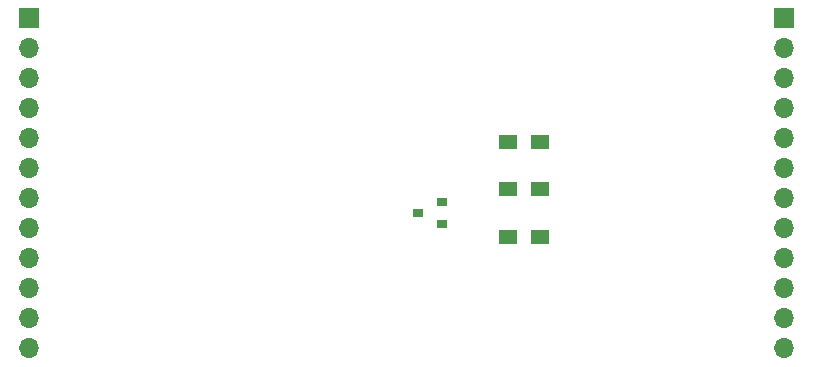
<source format=gbr>
G04 #@! TF.GenerationSoftware,KiCad,Pcbnew,(5.1.0)-1*
G04 #@! TF.CreationDate,2019-08-17T17:24:14+01:00*
G04 #@! TF.ProjectId,lcd_Daughterboard,6c63645f-4461-4756-9768-746572626f61,rev?*
G04 #@! TF.SameCoordinates,Original*
G04 #@! TF.FileFunction,Soldermask,Bot*
G04 #@! TF.FilePolarity,Negative*
%FSLAX46Y46*%
G04 Gerber Fmt 4.6, Leading zero omitted, Abs format (unit mm)*
G04 Created by KiCad (PCBNEW (5.1.0)-1) date 2019-08-17 17:24:14*
%MOMM*%
%LPD*%
G04 APERTURE LIST*
%ADD10O,1.700000X1.700000*%
%ADD11R,1.700000X1.700000*%
%ADD12R,1.500000X1.300000*%
%ADD13R,0.900000X0.800000*%
G04 APERTURE END LIST*
D10*
X102100000Y-136440000D03*
X102100000Y-133900000D03*
X102100000Y-131360000D03*
X102100000Y-128820000D03*
X102100000Y-126280000D03*
X102100000Y-123740000D03*
X102100000Y-121200000D03*
X102100000Y-118660000D03*
X102100000Y-116120000D03*
X102100000Y-113580000D03*
X102100000Y-111040000D03*
D11*
X102100000Y-108500000D03*
X166000000Y-108500000D03*
D10*
X166000000Y-111040000D03*
X166000000Y-113580000D03*
X166000000Y-116120000D03*
X166000000Y-118660000D03*
X166000000Y-121200000D03*
X166000000Y-123740000D03*
X166000000Y-126280000D03*
X166000000Y-128820000D03*
X166000000Y-131360000D03*
X166000000Y-133900000D03*
X166000000Y-136440000D03*
D12*
X145350000Y-119000000D03*
X142650000Y-119000000D03*
X145350000Y-123000000D03*
X142650000Y-123000000D03*
X145350000Y-127000000D03*
X142650000Y-127000000D03*
D13*
X135000000Y-125000000D03*
X137000000Y-125950000D03*
X137000000Y-124050000D03*
M02*

</source>
